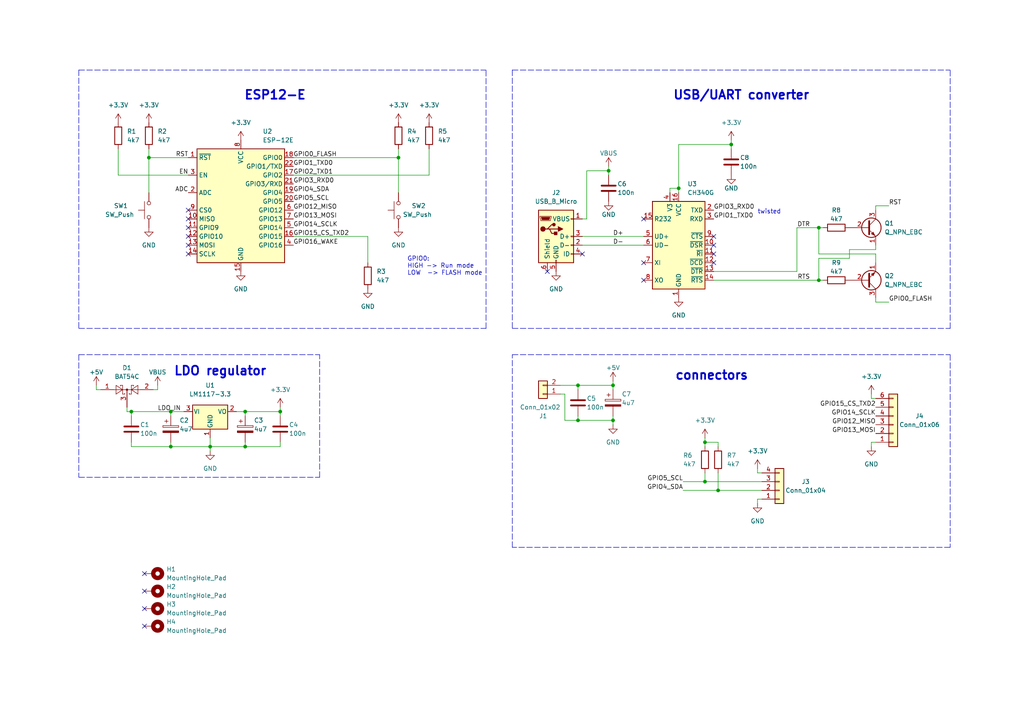
<source format=kicad_sch>
(kicad_sch (version 20211123) (generator eeschema)
  (paper "A4")
  (lib_symbols
    (symbol "Connector:USB_B_Micro" (pin_names (offset 1.016))
      (property "Reference" "J" (at -5.08 11.43 0))
      (property "Value" "USB_B_Micro" (at -5.08 8.89 0))
      (symbol "USB_B_Micro_0_1"
        (rectangle (start -5.08 -7.62) (end 5.08 7.62) (stroke (width 0.254)) (fill (type background)))
        (circle (center -3.81 2.159) (radius 0.635) (stroke (width 0.254)) (fill (type outline)))
        (circle (center -0.635 3.429) (radius 0.381) (stroke (width 0.254)) (fill (type outline)))
        (rectangle (start -0.127 -7.62) (end 0.127 -6.858))
        (polyline (pts (xy -1.905 2.159) (xy 0.635 2.159)) (stroke (width 0.254)))
        (polyline (pts (xy -3.175 2.159) (xy -2.54 2.159) (xy -1.27 3.429) (xy -0.635 3.429)) (stroke (width 0.254)))
        (polyline (pts (xy -2.54 2.159) (xy -1.905 2.159) (xy -1.27 0.889) (xy 0 0.889)) (stroke (width 0.254)))
        (polyline (pts (xy 0.635 2.794) (xy 0.635 1.524) (xy 1.905 2.159) (xy 0.635 2.794)) (stroke (width 0.254)) (fill (type outline)))
        (polyline (pts (xy -4.318 5.588) (xy -1.778 5.588) (xy -2.032 4.826) (xy -4.064 4.826) (xy -4.318 5.588)) (fill (type outline)))
        (polyline (pts (xy -4.699 5.842) (xy -4.699 5.588) (xy -4.445 4.826) (xy -4.445 4.572) (xy -1.651 4.572) (xy -1.651 4.826) (xy -1.397 5.588) (xy -1.397 5.842) (xy -4.699 5.842)))
        (rectangle (start 0.254 1.27) (end -0.508 0.508) (stroke (width 0.254)) (fill (type outline)))
        (rectangle (start 5.08 -5.207) (end 4.318 -4.953))
        (rectangle (start 5.08 -2.667) (end 4.318 -2.413))
        (rectangle (start 5.08 -0.127) (end 4.318 0.127))
        (rectangle (start 5.08 4.953) (end 4.318 5.207))
      )
      (symbol "USB_B_Micro_1_1"
        (pin power_out line (at 7.62 5.08 180) (length 2.54) (name "VBUS") (number "1"))
        (pin bidirectional line (at 7.62 -2.54 180) (length 2.54) (name "D-") (number "2"))
        (pin bidirectional line (at 7.62 0 180) (length 2.54) (name "D+") (number "3"))
        (pin passive line (at 7.62 -5.08 180) (length 2.54) (name "ID") (number "4"))
        (pin power_out line (at 0 -10.16 90) (length 2.54) (name "GND") (number "5"))
        (pin passive line (at -2.54 -10.16 90) (length 2.54) (name "Shield") (number "6"))
      )
    )
    (symbol "Connector_Generic:Conn_01x02" (pin_names (offset 1.016) hide)
      (property "Reference" "J" (at 0 2.54 0))
      (property "Value" "Conn_01x02" (at 0 -5.08 0))
      (symbol "Conn_01x02_1_1"
        (rectangle (start -1.27 -2.413) (end 0 -2.667) (stroke (width 0.1524)))
        (rectangle (start -1.27 0.127) (end 0 -0.127) (stroke (width 0.1524)))
        (rectangle (start -1.27 1.27) (end 1.27 -3.81) (stroke (width 0.254)) (fill (type background)))
        (pin passive line (at -5.08 0 0) (length 3.81) (name "Pin_1") (number "1"))
        (pin passive line (at -5.08 -2.54 0) (length 3.81) (name "Pin_2") (number "2"))
      )
    )
    (symbol "Connector_Generic:Conn_01x04" (pin_names (offset 1.016) hide)
      (property "Reference" "J" (at 0 5.08 0))
      (property "Value" "Conn_01x04" (at 0 -7.62 0))
      (symbol "Conn_01x04_1_1"
        (rectangle (start -1.27 -4.953) (end 0 -5.207) (stroke (width 0.1524)))
        (rectangle (start -1.27 -2.413) (end 0 -2.667) (stroke (width 0.1524)))
        (rectangle (start -1.27 0.127) (end 0 -0.127) (stroke (width 0.1524)))
        (rectangle (start -1.27 2.667) (end 0 2.413) (stroke (width 0.1524)))
        (rectangle (start -1.27 3.81) (end 1.27 -6.35) (stroke (width 0.254)) (fill (type background)))
        (pin passive line (at -5.08 2.54 0) (length 3.81) (name "Pin_1") (number "1"))
        (pin passive line (at -5.08 0 0) (length 3.81) (name "Pin_2") (number "2"))
        (pin passive line (at -5.08 -2.54 0) (length 3.81) (name "Pin_3") (number "3"))
        (pin passive line (at -5.08 -5.08 0) (length 3.81) (name "Pin_4") (number "4"))
      )
    )
    (symbol "Connector_Generic:Conn_01x06" (pin_names (offset 1.016) hide)
      (property "Reference" "J" (at 0 7.62 0))
      (property "Value" "Conn_01x06" (at 0 -10.16 0))
      (symbol "Conn_01x06_1_1"
        (rectangle (start -1.27 -7.493) (end 0 -7.747) (stroke (width 0.1524)))
        (rectangle (start -1.27 -4.953) (end 0 -5.207) (stroke (width 0.1524)))
        (rectangle (start -1.27 -2.413) (end 0 -2.667) (stroke (width 0.1524)))
        (rectangle (start -1.27 0.127) (end 0 -0.127) (stroke (width 0.1524)))
        (rectangle (start -1.27 2.667) (end 0 2.413) (stroke (width 0.1524)))
        (rectangle (start -1.27 5.207) (end 0 4.953) (stroke (width 0.1524)))
        (rectangle (start -1.27 6.35) (end 1.27 -8.89) (stroke (width 0.254)) (fill (type background)))
        (pin passive line (at -5.08 5.08 0) (length 3.81) (name "Pin_1") (number "1"))
        (pin passive line (at -5.08 2.54 0) (length 3.81) (name "Pin_2") (number "2"))
        (pin passive line (at -5.08 0 0) (length 3.81) (name "Pin_3") (number "3"))
        (pin passive line (at -5.08 -2.54 0) (length 3.81) (name "Pin_4") (number "4"))
        (pin passive line (at -5.08 -5.08 0) (length 3.81) (name "Pin_5") (number "5"))
        (pin passive line (at -5.08 -7.62 0) (length 3.81) (name "Pin_6") (number "6"))
      )
    )
    (symbol "Device:C" (pin_numbers hide) (pin_names (offset 0.254))
      (property "Reference" "C" (at 0.635 2.54 0))
      (property "Value" "C" (at 0.635 -2.54 0))
      (symbol "C_0_1"
        (polyline (pts (xy -2.032 -0.762) (xy 2.032 -0.762)) (stroke (width 0.508)))
        (polyline (pts (xy -2.032 0.762) (xy 2.032 0.762)) (stroke (width 0.508)))
      )
      (symbol "C_1_1"
        (pin passive line (at 0 3.81 270) (length 2.794) (name "~") (number "1"))
        (pin passive line (at 0 -3.81 90) (length 2.794) (name "~") (number "2"))
      )
    )
    (symbol "Device:C_Polarized" (pin_numbers hide) (pin_names (offset 0.254))
      (property "Reference" "C" (at 0.635 2.54 0))
      (property "Value" "C_Polarized" (at 0.635 -2.54 0))
      (symbol "C_Polarized_0_1"
        (rectangle (start -2.286 0.508) (end 2.286 1.016))
        (polyline (pts (xy -1.778 2.286) (xy -0.762 2.286)))
        (polyline (pts (xy -1.27 2.794) (xy -1.27 1.778)))
        (rectangle (start 2.286 -0.508) (end -2.286 -1.016) (fill (type outline)))
      )
      (symbol "C_Polarized_1_1"
        (pin passive line (at 0 3.81 270) (length 2.794) (name "~") (number "1"))
        (pin passive line (at 0 -3.81 90) (length 2.794) (name "~") (number "2"))
      )
    )
    (symbol "Device:Q_NPN_EBC" (pin_names (offset 0) hide)
      (property "Reference" "Q" (at 5.08 1.27 0))
      (property "Value" "Q_NPN_EBC" (at 5.08 -1.27 0))
      (symbol "Q_NPN_EBC_0_1"
        (polyline (pts (xy 0.635 0.635) (xy 2.54 2.54)))
        (polyline (pts (xy 0.635 -0.635) (xy 2.54 -2.54) (xy 2.54 -2.54)))
        (polyline (pts (xy 0.635 1.905) (xy 0.635 -1.905) (xy 0.635 -1.905)) (stroke (width 0.508)))
        (polyline (pts (xy 1.27 -1.778) (xy 1.778 -1.27) (xy 2.286 -2.286) (xy 1.27 -1.778) (xy 1.27 -1.778)) (fill (type outline)))
        (circle (center 1.27 0) (radius 2.8194) (stroke (width 0.254)))
      )
      (symbol "Q_NPN_EBC_1_1"
        (pin passive line (at 2.54 -5.08 90) (length 2.54) (name "E") (number "1"))
        (pin passive line (at -5.08 0 0) (length 5.715) (name "B") (number "2"))
        (pin passive line (at 2.54 5.08 270) (length 2.54) (name "C") (number "3"))
      )
    )
    (symbol "Device:R" (pin_numbers hide) (pin_names (offset 0))
      (property "Reference" "R" (at 2.032 0 90))
      (property "Value" "R" (at 0 0 90))
      (symbol "R_0_1"
        (rectangle (start -1.016 -2.54) (end 1.016 2.54) (stroke (width 0.254)))
      )
      (symbol "R_1_1"
        (pin passive line (at 0 3.81 270) (length 1.27) (name "~") (number "1"))
        (pin passive line (at 0 -3.81 90) (length 1.27) (name "~") (number "2"))
      )
    )
    (symbol "Diode:BAT54C" (pin_names (offset 1.016))
      (property "Reference" "D" (at 0.635 -3.81 0))
      (property "Value" "BAT54C" (at -6.35 3.175 0))
      (symbol "BAT54C_0_1"
        (polyline (pts (xy -1.905 0) (xy 1.905 0)))
        (polyline (pts (xy -1.905 1.27) (xy -1.905 1.016)))
        (polyline (pts (xy -1.27 -1.27) (xy -0.635 -1.27)))
        (polyline (pts (xy -1.27 0) (xy -3.81 0)))
        (polyline (pts (xy -1.27 1.27) (xy -1.905 1.27)))
        (polyline (pts (xy -1.27 1.27) (xy -1.27 -1.27)))
        (polyline (pts (xy -0.635 -1.27) (xy -0.635 -1.016)))
        (polyline (pts (xy 0.635 -1.27) (xy 0.635 -1.016)))
        (polyline (pts (xy 1.27 -1.27) (xy 0.635 -1.27)))
        (polyline (pts (xy 1.27 1.27) (xy 1.27 -1.27)))
        (polyline (pts (xy 1.27 1.27) (xy 1.905 1.27)))
        (polyline (pts (xy 1.905 1.27) (xy 1.905 1.016)))
        (polyline (pts (xy 3.81 0) (xy 1.27 0)))
        (polyline (pts (xy -3.175 -1.27) (xy -3.175 1.27) (xy -1.27 0) (xy -3.175 -1.27)))
        (polyline (pts (xy 3.175 -1.27) (xy 3.175 1.27) (xy 1.27 0) (xy 3.175 -1.27)))
        (circle (center 0 0) (radius 0.254) (fill (type outline)))
      )
      (symbol "BAT54C_1_1"
        (pin passive line (at -7.62 0 0) (length 3.81) (name "~") (number "1"))
        (pin passive line (at 7.62 0 180) (length 3.81) (name "~") (number "2"))
        (pin passive line (at 0 -5.08 90) (length 5.08) (name "~") (number "3"))
      )
    )
    (symbol "Interface_USB:CH340G"
      (property "Reference" "U" (at -5.08 13.97 0))
      (property "Value" "CH340G" (at 1.27 13.97 0))
      (symbol "CH340G_0_1"
        (rectangle (start -7.62 12.7) (end 7.62 -12.7) (stroke (width 0.254)) (fill (type background)))
      )
      (symbol "CH340G_1_1"
        (pin power_in line (at 0 -15.24 90) (length 2.54) (name "GND") (number "1"))
        (pin input line (at 10.16 0 180) (length 2.54) (name "~{DSR}") (number "10"))
        (pin input line (at 10.16 -2.54 180) (length 2.54) (name "~{RI}") (number "11"))
        (pin input line (at 10.16 -5.08 180) (length 2.54) (name "~{DCD}") (number "12"))
        (pin output line (at 10.16 -7.62 180) (length 2.54) (name "~{DTR}") (number "13"))
        (pin output line (at 10.16 -10.16 180) (length 2.54) (name "~{RTS}") (number "14"))
        (pin input line (at -10.16 7.62 0) (length 2.54) (name "R232") (number "15"))
        (pin power_in line (at 0 15.24 270) (length 2.54) (name "VCC") (number "16"))
        (pin output line (at 10.16 10.16 180) (length 2.54) (name "TXD") (number "2"))
        (pin input line (at 10.16 7.62 180) (length 2.54) (name "RXD") (number "3"))
        (pin passive line (at -2.54 15.24 270) (length 2.54) (name "V3") (number "4"))
        (pin bidirectional line (at -10.16 2.54 0) (length 2.54) (name "UD+") (number "5"))
        (pin bidirectional line (at -10.16 0 0) (length 2.54) (name "UD-") (number "6"))
        (pin input line (at -10.16 -5.08 0) (length 2.54) (name "XI") (number "7"))
        (pin output line (at -10.16 -10.16 0) (length 2.54) (name "XO") (number "8"))
        (pin input line (at 10.16 2.54 180) (length 2.54) (name "~{CTS}") (number "9"))
      )
    )
    (symbol "Mechanical:MountingHole_Pad" (pin_numbers hide) (pin_names (offset 1.016) hide)
      (property "Reference" "H" (at 0 6.35 0))
      (property "Value" "MountingHole_Pad" (at 0 4.445 0))
      (symbol "MountingHole_Pad_0_1"
        (circle (center 0 1.27) (radius 1.27) (stroke (width 1.27)))
      )
      (symbol "MountingHole_Pad_1_1"
        (pin input line (at 0 -2.54 90) (length 2.54) (name "1") (number "1"))
      )
    )
    (symbol "RF_Module:ESP-12E"
      (property "Reference" "U" (at -12.7 19.05 0))
      (property "Value" "ESP-12E" (at 12.7 19.05 0))
      (symbol "ESP-12E_0_1"
        (rectangle (start -12.7 17.78) (end 12.7 -15.24) (stroke (width 0.254)) (fill (type background)))
      )
      (symbol "ESP-12E_1_1"
        (pin input line (at -15.24 15.24 0) (length 2.54) (name "~{RST}") (number "1"))
        (pin bidirectional line (at -15.24 -2.54 0) (length 2.54) (name "MISO") (number "10"))
        (pin bidirectional line (at -15.24 -5.08 0) (length 2.54) (name "GPIO9") (number "11"))
        (pin bidirectional line (at -15.24 -7.62 0) (length 2.54) (name "GPIO10") (number "12"))
        (pin bidirectional line (at -15.24 -10.16 0) (length 2.54) (name "MOSI") (number "13"))
        (pin bidirectional line (at -15.24 -12.7 0) (length 2.54) (name "SCLK") (number "14"))
        (pin power_in line (at 0 -17.78 90) (length 2.54) (name "GND") (number "15"))
        (pin bidirectional line (at 15.24 -7.62 180) (length 2.54) (name "GPIO15") (number "16"))
        (pin bidirectional line (at 15.24 10.16 180) (length 2.54) (name "GPIO2") (number "17"))
        (pin bidirectional line (at 15.24 15.24 180) (length 2.54) (name "GPIO0") (number "18"))
        (pin bidirectional line (at 15.24 5.08 180) (length 2.54) (name "GPIO4") (number "19"))
        (pin input line (at -15.24 5.08 0) (length 2.54) (name "ADC") (number "2"))
        (pin bidirectional line (at 15.24 2.54 180) (length 2.54) (name "GPIO5") (number "20"))
        (pin bidirectional line (at 15.24 7.62 180) (length 2.54) (name "GPIO3/RXD") (number "21"))
        (pin bidirectional line (at 15.24 12.7 180) (length 2.54) (name "GPIO1/TXD") (number "22"))
        (pin input line (at -15.24 10.16 0) (length 2.54) (name "EN") (number "3"))
        (pin bidirectional line (at 15.24 -10.16 180) (length 2.54) (name "GPIO16") (number "4"))
        (pin bidirectional line (at 15.24 -5.08 180) (length 2.54) (name "GPIO14") (number "5"))
        (pin bidirectional line (at 15.24 0 180) (length 2.54) (name "GPIO12") (number "6"))
        (pin bidirectional line (at 15.24 -2.54 180) (length 2.54) (name "GPIO13") (number "7"))
        (pin power_in line (at 0 20.32 270) (length 2.54) (name "VCC") (number "8"))
        (pin input line (at -15.24 0 0) (length 2.54) (name "CS0") (number "9"))
      )
    )
    (symbol "Regulator_Linear:LM1117-3.3" (pin_names (offset 0.254))
      (property "Reference" "U" (at -3.81 3.175 0))
      (property "Value" "LM1117-3.3" (at 0 3.175 0))
      (symbol "LM1117-3.3_0_1"
        (rectangle (start -5.08 -5.08) (end 5.08 1.905) (stroke (width 0.254)) (fill (type background)))
      )
      (symbol "LM1117-3.3_1_1"
        (pin power_in line (at 0 -7.62 90) (length 2.54) (name "GND") (number "1"))
        (pin power_out line (at 7.62 0 180) (length 2.54) (name "VO") (number "2"))
        (pin power_in line (at -7.62 0 0) (length 2.54) (name "VI") (number "3"))
      )
    )
    (symbol "Switch:SW_Push" (pin_numbers hide) (pin_names (offset 1.016) hide)
      (property "Reference" "SW" (at 1.27 2.54 0))
      (property "Value" "SW_Push" (at 0 -1.524 0))
      (symbol "SW_Push_0_1"
        (circle (center -2.032 0) (radius 0.508))
        (polyline (pts (xy 0 1.27) (xy 0 3.048)))
        (polyline (pts (xy 2.54 1.27) (xy -2.54 1.27)))
        (circle (center 2.032 0) (radius 0.508))
        (pin passive line (at -5.08 0 0) (length 2.54) (name "1") (number "1"))
        (pin passive line (at 5.08 0 180) (length 2.54) (name "2") (number "2"))
      )
    )
    (symbol "power:+3.3V" (power) (pin_names (offset 0))
      (property "Value" "+3.3V" (at 0 3.556 0))
      (symbol "+3.3V_0_1"
        (polyline (pts (xy -0.762 1.27) (xy 0 2.54)))
        (polyline (pts (xy 0 0) (xy 0 2.54)))
        (polyline (pts (xy 0 2.54) (xy 0.762 1.27)))
      )
      (symbol "+3.3V_1_1"
        (pin power_in line (at 0 0 90) (length 0) hide (name "+3.3V") (number "1"))
      )
    )
    (symbol "power:+5V" (power) (pin_names (offset 0))
      (property "Value" "+5V" (at 0 3.556 0))
      (symbol "+5V_0_1"
        (polyline (pts (xy -0.762 1.27) (xy 0 2.54)))
        (polyline (pts (xy 0 0) (xy 0 2.54)))
        (polyline (pts (xy 0 2.54) (xy 0.762 1.27)))
      )
      (symbol "+5V_1_1"
        (pin power_in line (at 0 0 90) (length 0) hide (name "+5V") (number "1"))
      )
    )
    (symbol "power:GND" (power) (pin_names (offset 0))
      (property "Value" "GND" (at 0 -3.81 0))
      (symbol "GND_0_1"
        (polyline (pts (xy 0 0) (xy 0 -1.27) (xy 1.27 -1.27) (xy 0 -2.54) (xy -1.27 -1.27) (xy 0 -1.27)))
      )
      (symbol "GND_1_1"
        (pin power_in line (at 0 0 270) (length 0) hide (name "GND") (number "1"))
      )
    )
    (symbol "power:VBUS" (power) (pin_names (offset 0))
      (property "Value" "VBUS" (at 0 3.81 0))
      (symbol "VBUS_0_1"
        (polyline (pts (xy -0.762 1.27) (xy 0 2.54)))
        (polyline (pts (xy 0 0) (xy 0 2.54)))
        (polyline (pts (xy 0 2.54) (xy 0.762 1.27)))
      )
      (symbol "VBUS_1_1"
        (pin power_in line (at 0 0 90) (length 0) hide (name "VBUS") (number "1"))
      )
    )
  )
  (junction (at 212.09 41.91))
  (junction (at 176.53 49.53))
  (junction (at 204.47 139.7))
  (junction (at 49.53 129.54))
  (junction (at 49.53 119.38))
  (junction (at 237.49 66.04))
  (junction (at 115.57 45.72))
  (junction (at 71.12 119.38))
  (junction (at 208.28 142.24))
  (junction (at 177.8 111.76))
  (junction (at 81.28 119.38))
  (junction (at 237.49 81.28))
  (junction (at 38.1 119.38))
  (junction (at 71.12 129.54))
  (junction (at 60.96 129.54))
  (junction (at 204.47 128.27))
  (junction (at 167.64 111.76))
  (junction (at 43.18 45.72))
  (junction (at 177.8 121.92))
  (junction (at 196.85 54.61))
  (junction (at 167.64 121.92))
  (no_connect (at 54.61 73.66))
  (no_connect (at 54.61 66.04))
  (no_connect (at 54.61 71.12))
  (no_connect (at 54.61 68.58))
  (no_connect (at 207.01 76.2))
  (no_connect (at 207.01 73.66))
  (no_connect (at 207.01 71.12))
  (no_connect (at 207.01 68.58))
  (no_connect (at 54.61 63.5))
  (no_connect (at 54.61 60.96))
  (no_connect (at 186.69 81.28))
  (no_connect (at 186.69 76.2))
  (no_connect (at 186.69 63.5))
  (no_connect (at 158.75 78.74))
  (no_connect (at 168.91 73.66))
  (no_connect (at 41.91 166.37))
  (no_connect (at 41.91 171.45))
  (no_connect (at 41.91 176.53))
  (no_connect (at 41.91 181.61))
  (wire (pts (xy 49.53 119.38) (xy 53.34 119.38)))
  (wire (pts (xy 27.94 111.76) (xy 27.94 113.03)))
  (wire (pts (xy 231.14 78.74) (xy 231.14 66.04)))
  (wire (pts (xy 176.53 48.26) (xy 176.53 49.53)))
  (wire (pts (xy 34.29 50.8) (xy 54.61 50.8)))
  (wire (pts (xy 38.1 129.54) (xy 49.53 129.54)))
  (wire (pts (xy 194.31 54.61) (xy 196.85 54.61)))
  (wire (pts (xy 246.38 72.39) (xy 246.38 74.93)))
  (wire (pts (xy 252.73 128.27) (xy 254 128.27)))
  (wire (pts (xy 81.28 119.38) (xy 81.28 120.65)))
  (wire (pts (xy 60.96 129.54) (xy 71.12 129.54)))
  (wire (pts (xy 177.8 111.76) (xy 177.8 113.03)))
  (wire (pts (xy 177.8 121.92) (xy 177.8 123.19)))
  (wire (pts (xy 219.71 137.16) (xy 219.71 135.89)))
  (wire (pts (xy 43.18 45.72) (xy 43.18 55.88)))
  (polyline (pts (xy 275.59 158.75) (xy 148.59 158.75)))
  (wire (pts (xy 71.12 119.38) (xy 81.28 119.38)))
  (wire (pts (xy 36.83 119.38) (xy 38.1 119.38)))
  (wire (pts (xy 81.28 129.54) (xy 81.28 128.27)))
  (wire (pts (xy 36.83 118.11) (xy 36.83 119.38)))
  (polyline (pts (xy 275.59 95.25) (xy 275.59 20.32)))
  (wire (pts (xy 167.64 111.76) (xy 167.64 113.03)))
  (polyline (pts (xy 22.86 102.87) (xy 92.71 102.87)))
  (wire (pts (xy 198.12 142.24) (xy 208.28 142.24)))
  (wire (pts (xy 49.53 129.54) (xy 60.96 129.54)))
  (wire (pts (xy 231.14 66.04) (xy 237.49 66.04)))
  (wire (pts (xy 43.18 45.72) (xy 54.61 45.72)))
  (wire (pts (xy 257.81 59.69) (xy 254 59.69)))
  (wire (pts (xy 124.46 50.8) (xy 124.46 43.18)))
  (wire (pts (xy 81.28 118.11) (xy 81.28 119.38)))
  (wire (pts (xy 43.18 43.18) (xy 43.18 45.72)))
  (wire (pts (xy 237.49 66.04) (xy 238.76 66.04)))
  (wire (pts (xy 212.09 41.91) (xy 212.09 43.18)))
  (wire (pts (xy 71.12 129.54) (xy 71.12 128.27)))
  (wire (pts (xy 85.09 50.8) (xy 124.46 50.8)))
  (wire (pts (xy 71.12 129.54) (xy 81.28 129.54)))
  (wire (pts (xy 252.73 115.57) (xy 254 115.57)))
  (polyline (pts (xy 275.59 102.87) (xy 275.59 158.75)))
  (wire (pts (xy 196.85 41.91) (xy 212.09 41.91)))
  (wire (pts (xy 60.96 129.54) (xy 60.96 130.81)))
  (wire (pts (xy 207.01 81.28) (xy 237.49 81.28)))
  (wire (pts (xy 115.57 45.72) (xy 115.57 55.88)))
  (wire (pts (xy 44.45 113.03) (xy 45.72 113.03)))
  (wire (pts (xy 49.53 119.38) (xy 49.53 120.65)))
  (wire (pts (xy 45.72 111.76) (xy 45.72 113.03)))
  (wire (pts (xy 163.83 121.92) (xy 163.83 114.3)))
  (wire (pts (xy 68.58 119.38) (xy 71.12 119.38)))
  (wire (pts (xy 38.1 119.38) (xy 49.53 119.38)))
  (polyline (pts (xy 22.86 20.32) (xy 22.86 95.25)))
  (wire (pts (xy 204.47 127) (xy 204.47 128.27)))
  (wire (pts (xy 49.53 128.27) (xy 49.53 129.54)))
  (wire (pts (xy 167.64 111.76) (xy 177.8 111.76)))
  (wire (pts (xy 254 71.12) (xy 254 72.39)))
  (wire (pts (xy 204.47 128.27) (xy 204.47 129.54)))
  (wire (pts (xy 254 72.39) (xy 246.38 72.39)))
  (polyline (pts (xy 22.86 20.32) (xy 140.97 20.32)))
  (wire (pts (xy 254 86.36) (xy 254 87.63)))
  (wire (pts (xy 34.29 43.18) (xy 34.29 50.8)))
  (wire (pts (xy 204.47 137.16) (xy 204.47 139.7)))
  (wire (pts (xy 208.28 142.24) (xy 220.98 142.24)))
  (wire (pts (xy 212.09 40.64) (xy 212.09 41.91)))
  (wire (pts (xy 196.85 54.61) (xy 196.85 55.88)))
  (wire (pts (xy 246.38 74.93) (xy 237.49 74.93)))
  (wire (pts (xy 60.96 127) (xy 60.96 129.54)))
  (polyline (pts (xy 148.59 158.75) (xy 148.59 102.87)))
  (polyline (pts (xy 22.86 102.87) (xy 22.86 138.43)))
  (wire (pts (xy 85.09 68.58) (xy 106.68 68.58)))
  (wire (pts (xy 176.53 50.8) (xy 176.53 49.53)))
  (wire (pts (xy 254 76.2) (xy 254 73.66)))
  (wire (pts (xy 38.1 128.27) (xy 38.1 129.54)))
  (wire (pts (xy 252.73 114.3) (xy 252.73 115.57)))
  (polyline (pts (xy 148.59 20.32) (xy 148.59 95.25)))
  (polyline (pts (xy 148.59 102.87) (xy 275.59 102.87)))
  (wire (pts (xy 163.83 121.92) (xy 167.64 121.92)))
  (wire (pts (xy 29.21 113.03) (xy 27.94 113.03)))
  (wire (pts (xy 207.01 78.74) (xy 231.14 78.74)))
  (wire (pts (xy 237.49 81.28) (xy 238.76 81.28)))
  (polyline (pts (xy 22.86 138.43) (xy 92.71 138.43)))
  (wire (pts (xy 168.91 68.58) (xy 186.69 68.58)))
  (wire (pts (xy 38.1 119.38) (xy 38.1 120.65)))
  (wire (pts (xy 252.73 129.54) (xy 252.73 128.27)))
  (wire (pts (xy 176.53 49.53) (xy 170.18 49.53)))
  (wire (pts (xy 167.64 120.65) (xy 167.64 121.92)))
  (polyline (pts (xy 22.86 95.25) (xy 140.97 95.25)))
  (wire (pts (xy 170.18 49.53) (xy 170.18 63.5)))
  (wire (pts (xy 115.57 43.18) (xy 115.57 45.72)))
  (polyline (pts (xy 140.97 95.25) (xy 140.97 20.32)))
  (wire (pts (xy 194.31 55.88) (xy 194.31 54.61)))
  (wire (pts (xy 254 60.96) (xy 254 59.69)))
  (polyline (pts (xy 92.71 138.43) (xy 92.71 102.87)))
  (wire (pts (xy 204.47 139.7) (xy 220.98 139.7)))
  (wire (pts (xy 198.12 139.7) (xy 204.47 139.7)))
  (wire (pts (xy 219.71 137.16) (xy 220.98 137.16)))
  (wire (pts (xy 168.91 71.12) (xy 186.69 71.12)))
  (wire (pts (xy 177.8 120.65) (xy 177.8 121.92)))
  (polyline (pts (xy 148.59 95.25) (xy 275.59 95.25)))
  (polyline (pts (xy 148.59 20.32) (xy 275.59 20.32)))
  (wire (pts (xy 208.28 128.27) (xy 204.47 128.27)))
  (wire (pts (xy 106.68 68.58) (xy 106.68 76.2)))
  (wire (pts (xy 162.56 114.3) (xy 163.83 114.3)))
  (wire (pts (xy 237.49 66.04) (xy 237.49 73.66)))
  (wire (pts (xy 196.85 41.91) (xy 196.85 54.61)))
  (wire (pts (xy 177.8 110.49) (xy 177.8 111.76)))
  (wire (pts (xy 162.56 111.76) (xy 167.64 111.76)))
  (wire (pts (xy 208.28 137.16) (xy 208.28 142.24)))
  (wire (pts (xy 167.64 121.92) (xy 177.8 121.92)))
  (wire (pts (xy 85.09 45.72) (xy 115.57 45.72)))
  (wire (pts (xy 237.49 74.93) (xy 237.49 81.28)))
  (wire (pts (xy 219.71 144.78) (xy 220.98 144.78)))
  (wire (pts (xy 208.28 129.54) (xy 208.28 128.27)))
  (wire (pts (xy 71.12 119.38) (xy 71.12 120.65)))
  (wire (pts (xy 219.71 146.05) (xy 219.71 144.78)))
  (wire (pts (xy 168.91 63.5) (xy 170.18 63.5)))
  (wire (pts (xy 257.81 87.63) (xy 254 87.63)))
  (wire (pts (xy 254 73.66) (xy 237.49 73.66)))
  (text "ESP12-E" (at 88.9 29.21 180) (effects (font (size 2.54 2.54) (thickness 0.508) bold) (justify right bottom)))
  (text "USB/UART converter" (at 234.95 29.21 180) (effects (font (size 2.54 2.54) (thickness 0.508) bold) (justify right bottom)))
  (text "GPIO0:\nHIGH -> Run mode\nLOW  -> FLASH mode" (at 118.11 80.01 0) (effects (font (size 1.27 1.27)) (justify left bottom)))
  (text "LDO regulator" (at 77.47 109.22 180) (effects (font (size 2.54 2.54) (thickness 0.508) bold) (justify right bottom)))
  (text "twisted" (at 219.71 62.23 0) (effects (font (size 1.27 1.27)) (justify left bottom)))
  (text "connectors" (at 217.17 110.49 180) (effects (font (size 2.54 2.54) (thickness 0.508) bold) (justify right bottom)))
  (label "GPIO13_MOSI" (at 254 125.73 180))
  (label "GPIO4_SDA" (at 198.12 142.24 180))
  (label "RTS" (at 234.95 81.28 180))
  (label "GPIO14_SCLK" (at 254 120.65 180))
  (label "GPIO0_FLASH" (at 257.81 87.63 0))
  (label "GPIO16_WAKE" (at 85.09 71.12 0))
  (label "GPIO0_FLASH" (at 85.09 45.72 0))
  (label "DTR" (at 234.95 66.04 180))
  (label "GPIO15_CS_TXD2" (at 254 118.11 180))
  (label "LDO_IN" (at 45.72 119.38 0))
  (label "RST" (at 257.81 59.69 0))
  (label "GPIO1_TXD0" (at 85.09 48.26 0))
  (label "GPIO3_RXD0" (at 207.01 60.96 0))
  (label "GPIO4_SDA" (at 85.09 55.88 0))
  (label "D-" (at 177.8 71.12 0))
  (label "D+" (at 177.8 68.58 0))
  (label "GPIO14_SCLK" (at 85.09 66.04 0))
  (label "GPIO3_RXD0" (at 85.09 53.34 0))
  (label "GPIO2_TXD1" (at 85.09 50.8 0))
  (label "ADC" (at 54.61 55.88 180))
  (label "GPIO15_CS_TXD2" (at 85.09 68.58 0))
  (label "GPIO5_SCL" (at 85.09 58.42 0))
  (label "GPIO13_MOSI" (at 85.09 63.5 0))
  (label "GPIO12_MISO" (at 254 123.19 180))
  (label "GPIO1_TXD0" (at 207.01 63.5 0))
  (label "GPIO12_MISO" (at 85.09 60.96 0))
  (label "RST" (at 54.61 45.72 180))
  (label "GPIO5_SCL" (at 198.12 139.7 180))
  (label "EN" (at 54.61 50.8 180))
  (symbol (lib_id "Connector:USB_B_Micro") (at 161.29 68.58 0) (unit 1)
    (property "Reference" "J2" (at 161.29 55.88 0))
    (property "Value" "USB_B_Micro" (at 161.29 58.42 0))
    (property "Footprint" "Connector_USB:USB_Micro-B_Amphenol_10118194_Horizontal" (effects hide))
  )
  (symbol (lib_id "power:GND") (at 115.57 66.04 0) (unit 1)
    (property "Reference" "#PWR012" (effects hide))
    (property "Value" "GND" (at 115.57 71.12 0))
  )
  (symbol (lib_id "Mechanical:MountingHole_Pad") (at 44.45 171.45 270) (unit 1)
    (property "Reference" "H2" (at 48.26 170.1799 90) (effects (justify left)))
    (property "Value" "MountingHole_Pad" (at 48.26 172.7199 90) (effects (justify left)))
    (property "Footprint" "MountingHole:MountingHole_3.2mm_M3_Pad_Via" (effects hide))
  )
  (symbol (lib_id "Device:R") (at 115.57 39.37 0) (unit 1)
    (property "Reference" "R4" (at 118.11 38.0999 0) (effects (justify left)))
    (property "Value" "4k7" (at 118.11 40.6399 0) (effects (justify left)))
    (property "Footprint" "Resistor_SMD:R_0603_1608Metric" (effects hide))
  )
  (symbol (lib_id "Device:C") (at 81.28 124.46 0) (unit 1)
    (property "Reference" "C4" (at 83.82 123.19 0) (effects (justify left)))
    (property "Value" "100n" (at 83.82 125.73 0) (effects (justify left)))
    (property "Footprint" "Capacitor_SMD:C_0603_1608Metric" (effects hide))
  )
  (symbol (lib_id "power:+3.3V") (at 81.28 118.11 0) (unit 1)
    (property "Reference" "#PWR09" (effects hide))
    (property "Value" "+3.3V" (at 81.28 113.03 0))
  )
  (symbol (lib_id "power:VBUS") (at 45.72 111.76 0) (unit 1)
    (property "Reference" "#PWR01" (effects hide))
    (property "Value" "VBUS" (at 45.72 107.95 0))
  )
  (symbol (lib_id "Device:C") (at 38.1 124.46 0) (unit 1)
    (property "Reference" "C1" (at 40.64 123.19 0) (effects (justify left)))
    (property "Value" "100n" (at 40.64 125.73 0) (effects (justify left)))
    (property "Footprint" "Capacitor_SMD:C_0603_1608Metric" (effects hide))
  )
  (symbol (lib_id "power:GND") (at 69.85 78.74 0) (unit 1)
    (property "Reference" "#PWR08" (effects hide))
    (property "Value" "GND" (at 69.85 83.82 0))
  )
  (symbol (lib_id "power:+3.3V") (at 212.09 40.64 0) (unit 1)
    (property "Reference" "#PWR023" (effects hide))
    (property "Value" "+3.3V" (at 212.09 35.56 0))
  )
  (symbol (lib_id "Switch:SW_Push") (at 43.18 60.96 90) (unit 1)
    (property "Reference" "SW1" (at 33.02 59.69 90) (effects (justify right)))
    (property "Value" "SW_Push" (at 30.48 62.23 90) (effects (justify right)))
    (property "Footprint" "Button_Switch_SMD:SW_Push_SPST_NO_Alps_SKRK" (effects hide))
  )
  (symbol (lib_id "power:VBUS") (at 176.53 48.26 0) (unit 1)
    (property "Reference" "#PWR016" (effects hide))
    (property "Value" "VBUS" (at 176.53 44.45 0))
  )
  (symbol (lib_id "Connector_Generic:Conn_01x04") (at 226.06 142.24 0) (mirror x) (unit 1)
    (property "Reference" "J3" (at 233.68 139.7 0))
    (property "Value" "Conn_01x04" (at 233.68 142.24 0))
    (property "Footprint" "goose:tht_pin_01x04" (effects hide))
  )
  (symbol (lib_id "Device:R") (at 242.57 66.04 90) (unit 1)
    (property "Reference" "R8" (at 242.57 60.96 90))
    (property "Value" "4k7" (at 242.57 63.5 90))
    (property "Footprint" "Resistor_SMD:R_0603_1608Metric" (effects hide))
  )
  (symbol (lib_id "Switch:SW_Push") (at 115.57 60.96 90) (unit 1)
    (property "Reference" "SW2" (at 119.38 59.69 90) (effects (justify right)))
    (property "Value" "SW_Push" (at 116.84 62.23 90) (effects (justify right)))
    (property "Footprint" "Button_Switch_SMD:SW_Push_SPST_NO_Alps_SKRK" (effects hide))
  )
  (symbol (lib_id "Regulator_Linear:LM1117-3.3") (at 60.96 119.38 0) (unit 1)
    (property "Reference" "U1" (at 60.96 111.76 0))
    (property "Value" "LM1117-3.3" (at 60.96 114.3 0))
    (property "Footprint" "Package_TO_SOT_SMD:SOT-223-3_TabPin2" (effects hide))
    (property "Datasheet" "http://www.ti.com/lit/ds/symlink/lm1117.pdf" (effects hide))
  )
  (symbol (lib_id "power:+3.3V") (at 252.73 114.3 0) (unit 1)
    (property "Reference" "#PWR025" (effects hide))
    (property "Value" "+3.3V" (at 252.73 109.22 0))
  )
  (symbol (lib_id "power:GND") (at 196.85 86.36 0) (unit 1)
    (property "Reference" "#PWR022" (effects hide))
    (property "Value" "GND" (at 196.85 91.44 0))
  )
  (symbol (lib_id "power:+3.3V") (at 124.46 35.56 0) (unit 1)
    (property "Reference" "#PWR013" (effects hide))
    (property "Value" "+3.3V" (at 124.46 30.48 0))
  )
  (symbol (lib_id "Device:C_Polarized") (at 71.12 124.46 0) (unit 1)
    (property "Reference" "C3" (at 73.66 121.92 0) (effects (justify left)))
    (property "Value" "4u7" (at 73.66 124.46 0) (effects (justify left)))
    (property "Footprint" "Capacitor_Tantalum_SMD:CP_EIA-3216-18_Kemet-A" (effects hide))
  )
  (symbol (lib_id "Diode:BAT54C") (at 36.83 113.03 0) (unit 1)
    (property "Reference" "D1" (at 36.83 106.68 0))
    (property "Value" "BAT54C" (at 36.83 109.22 0))
    (property "Footprint" "Package_TO_SOT_SMD:SOT-23" (effects hide))
    (property "Datasheet" "http://www.diodes.com/_files/datasheets/ds11005.pdf" (effects hide))
  )
  (symbol (lib_id "power:GND") (at 177.8 123.19 0) (unit 1)
    (property "Reference" "#PWR019" (effects hide))
    (property "Value" "GND" (at 177.8 128.27 0))
  )
  (symbol (lib_id "power:GND") (at 161.29 78.74 0) (unit 1)
    (property "Reference" "#PWR014" (effects hide))
    (property "Value" "GND" (at 161.29 83.82 0))
  )
  (symbol (lib_id "power:GND") (at 252.73 129.54 0) (unit 1)
    (property "Reference" "#PWR026" (effects hide))
    (property "Value" "GND" (at 252.73 134.62 0))
  )
  (symbol (lib_id "power:+5V") (at 27.94 111.76 0) (unit 1)
    (property "Reference" "#PWR03" (effects hide))
    (property "Value" "+5V" (at 27.94 107.95 0))
  )
  (symbol (lib_id "Device:Q_NPN_EBC") (at 251.46 66.04 0) (unit 1)
    (property "Reference" "Q1" (at 256.54 64.7699 0) (effects (justify left)))
    (property "Value" "Q_NPN_EBC" (at 256.54 67.3099 0) (effects (justify left)))
    (property "Footprint" "Package_TO_SOT_SMD:SOT-23" (effects hide))
  )
  (symbol (lib_id "power:+3.3V") (at 34.29 35.56 0) (unit 1)
    (property "Reference" "#PWR02" (effects hide))
    (property "Value" "+3.3V" (at 34.29 30.48 0))
  )
  (symbol (lib_id "Mechanical:MountingHole_Pad") (at 44.45 176.53 270) (unit 1)
    (property "Reference" "H3" (at 48.26 175.2599 90) (effects (justify left)))
    (property "Value" "MountingHole_Pad" (at 48.26 177.7999 90) (effects (justify left)))
    (property "Footprint" "MountingHole:MountingHole_3.2mm_M3_Pad_Via" (effects hide))
  )
  (symbol (lib_id "power:+5V") (at 177.8 110.49 0) (mirror y) (unit 1)
    (property "Reference" "#PWR018" (effects hide))
    (property "Value" "+5V" (at 177.8 106.68 0))
  )
  (symbol (lib_id "power:+3.3V") (at 219.71 135.89 0) (unit 1)
    (property "Reference" "#PWR020" (effects hide))
    (property "Value" "+3.3V" (at 219.71 130.81 0))
  )
  (symbol (lib_id "Device:C_Polarized") (at 177.8 116.84 0) (unit 1)
    (property "Reference" "C7" (at 180.34 114.3 0) (effects (justify left)))
    (property "Value" "4u7" (at 180.34 116.84 0) (effects (justify left)))
    (property "Footprint" "Capacitor_Tantalum_SMD:CP_EIA-3216-18_Kemet-A" (effects hide))
  )
  (symbol (lib_id "Device:C") (at 176.53 54.61 0) (unit 1)
    (property "Reference" "C6" (at 179.07 53.34 0) (effects (justify left)))
    (property "Value" "100n" (at 179.07 55.88 0) (effects (justify left)))
    (property "Footprint" "Capacitor_SMD:C_0603_1608Metric" (effects hide))
  )
  (symbol (lib_id "Device:R") (at 43.18 39.37 0) (unit 1)
    (property "Reference" "R2" (at 45.72 38.0999 0) (effects (justify left)))
    (property "Value" "4k7" (at 45.72 40.6399 0) (effects (justify left)))
    (property "Footprint" "Resistor_SMD:R_0603_1608Metric" (effects hide))
  )
  (symbol (lib_id "Device:C") (at 212.09 46.99 0) (unit 1)
    (property "Reference" "C8" (at 214.63 45.72 0) (effects (justify left)))
    (property "Value" "100n" (at 214.63 48.26 0) (effects (justify left)))
    (property "Footprint" "Capacitor_SMD:C_0603_1608Metric" (effects hide))
  )
  (symbol (lib_id "Device:R") (at 34.29 39.37 0) (unit 1)
    (property "Reference" "R1" (at 36.83 38.0999 0) (effects (justify left)))
    (property "Value" "4k7" (at 36.83 40.64 0) (effects (justify left)))
    (property "Footprint" "Resistor_SMD:R_0603_1608Metric" (effects hide))
  )
  (symbol (lib_id "Mechanical:MountingHole_Pad") (at 44.45 166.37 270) (unit 1)
    (property "Reference" "H1" (at 48.26 165.0999 90) (effects (justify left)))
    (property "Value" "MountingHole_Pad" (at 48.26 167.6399 90) (effects (justify left)))
    (property "Footprint" "MountingHole:MountingHole_3.2mm_M3_Pad_Via" (effects hide))
  )
  (symbol (lib_id "Device:C_Polarized") (at 49.53 124.46 0) (unit 1)
    (property "Reference" "C2" (at 52.07 121.92 0) (effects (justify left)))
    (property "Value" "4u7" (at 52.07 124.46 0) (effects (justify left)))
    (property "Footprint" "Capacitor_Tantalum_SMD:CP_EIA-3216-18_Kemet-A" (effects hide))
  )
  (symbol (lib_id "Device:Q_NPN_EBC") (at 251.46 81.28 0) (mirror x) (unit 1)
    (property "Reference" "Q2" (at 256.54 80.0099 0) (effects (justify left)))
    (property "Value" "Q_NPN_EBC" (at 256.54 82.5499 0) (effects (justify left)))
    (property "Footprint" "Package_TO_SOT_SMD:SOT-23" (effects hide))
  )
  (symbol (lib_id "power:+3.3V") (at 69.85 40.64 0) (unit 1)
    (property "Reference" "#PWR07" (effects hide))
    (property "Value" "+3.3V" (at 69.85 35.56 0))
  )
  (symbol (lib_id "RF_Module:ESP-12E") (at 69.85 60.96 0) (unit 1)
    (property "Reference" "U2" (at 76.2 38.1 0) (effects (justify left)))
    (property "Value" "ESP-12E" (at 76.2 40.64 0) (effects (justify left)))
    (property "Footprint" "RF_Module:ESP-12E" (effects hide))
    (property "Datasheet" "http://wiki.ai-thinker.com/_media/esp8266/esp8266_series_modules_user_manual_v1.1.pdf" (effects hide))
  )
  (symbol (lib_id "Device:R") (at 208.28 133.35 0) (unit 1)
    (property "Reference" "R7" (at 210.82 132.0799 0) (effects (justify left)))
    (property "Value" "4k7" (at 210.82 134.6199 0) (effects (justify left)))
    (property "Footprint" "Resistor_SMD:R_0603_1608Metric" (effects hide))
  )
  (symbol (lib_id "power:+3.3V") (at 43.18 35.56 0) (unit 1)
    (property "Reference" "#PWR04" (effects hide))
    (property "Value" "+3.3V" (at 43.18 30.48 0))
  )
  (symbol (lib_id "power:GND") (at 176.53 58.42 0) (unit 1)
    (property "Reference" "#PWR017" (effects hide))
    (property "Value" "GND" (at 176.53 62.23 0))
  )
  (symbol (lib_id "Device:R") (at 204.47 133.35 0) (unit 1)
    (property "Reference" "R6" (at 198.12 132.08 0) (effects (justify left)))
    (property "Value" "4k7" (at 198.12 134.62 0) (effects (justify left)))
    (property "Footprint" "Resistor_SMD:R_0603_1608Metric" (effects hide))
  )
  (symbol (lib_id "Mechanical:MountingHole_Pad") (at 44.45 181.61 270) (unit 1)
    (property "Reference" "H4" (at 48.26 180.3399 90) (effects (justify left)))
    (property "Value" "MountingHole_Pad" (at 48.26 182.8799 90) (effects (justify left)))
    (property "Footprint" "MountingHole:MountingHole_3.2mm_M3_Pad_Via" (effects hide))
  )
  (symbol (lib_id "Device:R") (at 124.46 39.37 0) (unit 1)
    (property "Reference" "R5" (at 127 38.0999 0) (effects (justify left)))
    (property "Value" "4k7" (at 127 40.6399 0) (effects (justify left)))
    (property "Footprint" "Resistor_SMD:R_0603_1608Metric" (effects hide))
  )
  (symbol (lib_id "Device:R") (at 106.68 80.01 0) (unit 1)
    (property "Reference" "R3" (at 109.22 78.7399 0) (effects (justify left)))
    (property "Value" "4k7" (at 109.22 81.2799 0) (effects (justify left)))
    (property "Footprint" "Resistor_SMD:R_0603_1608Metric" (effects hide))
  )
  (symbol (lib_id "Connector_Generic:Conn_01x02") (at 157.48 114.3 180) (unit 1)
    (property "Reference" "J1" (at 158.75 120.65 0) (effects (justify left)))
    (property "Value" "Conn_01x02" (at 162.56 118.11 0) (effects (justify left)))
    (property "Footprint" "goose:tht_pin_01x02" (effects hide))
  )
  (symbol (lib_id "Interface_USB:CH340G") (at 196.85 71.12 0) (unit 1)
    (property "Reference" "U3" (at 199.39 53.34 0) (effects (justify left)))
    (property "Value" "CH340G" (at 199.39 55.88 0) (effects (justify left)))
    (property "Footprint" "Package_SO:SOIC-16_3.9x9.9mm_P1.27mm" (effects hide))
    (property "Datasheet" "http://www.datasheet5.com/pdf-local-2195953" (effects hide))
  )
  (symbol (lib_id "power:GND") (at 106.68 83.82 0) (unit 1)
    (property "Reference" "#PWR010" (effects hide))
    (property "Value" "GND" (at 106.68 88.9 0))
  )
  (symbol (lib_id "power:GND") (at 219.71 146.05 0) (unit 1)
    (property "Reference" "#PWR021" (effects hide))
    (property "Value" "GND" (at 219.71 151.13 0))
  )
  (symbol (lib_id "Device:C") (at 167.64 116.84 0) (unit 1)
    (property "Reference" "C5" (at 170.18 115.57 0) (effects (justify left)))
    (property "Value" "100n" (at 170.18 118.11 0) (effects (justify left)))
    (property "Footprint" "Capacitor_SMD:C_0603_1608Metric" (effects hide))
  )
  (symbol (lib_id "power:GND") (at 60.96 130.81 0) (unit 1)
    (property "Reference" "#PWR06" (effects hide))
    (property "Value" "GND" (at 60.96 135.89 0))
  )
  (symbol (lib_id "power:+3.3V") (at 115.57 35.56 0) (unit 1)
    (property "Reference" "#PWR011" (effects hide))
    (property "Value" "+3.3V" (at 115.57 30.48 0))
  )
  (symbol (lib_id "power:GND") (at 43.18 66.04 0) (unit 1)
    (property "Reference" "#PWR05" (effects hide))
    (property "Value" "GND" (at 43.18 71.12 0))
  )
  (symbol (lib_id "power:GND") (at 212.09 50.8 0) (unit 1)
    (property "Reference" "#PWR024" (effects hide))
    (property "Value" "GND" (at 212.09 54.61 0))
  )
  (symbol (lib_id "Device:R") (at 242.57 81.28 90) (unit 1)
    (property "Reference" "R9" (at 242.57 76.2 90))
    (property "Value" "4k7" (at 242.57 78.74 90))
    (property "Footprint" "Resistor_SMD:R_0603_1608Metric" (effects hide))
  )
  (symbol (lib_id "power:+3.3V") (at 204.47 127 0) (unit 1)
    (property "Reference" "#PWR015" (effects hide))
    (property "Value" "+3.3V" (at 204.47 121.92 0))
  )
  (symbol (lib_id "Connector_Generic:Conn_01x06") (at 259.08 123.19 0) (mirror x) (unit 1)
    (property "Reference" "J4" (at 266.7 120.65 0))
    (property "Value" "Conn_01x06" (at 266.7 123.19 0))
    (property "Footprint" "goose:tht_pin_01x06" (effects hide))
  )
)
</source>
